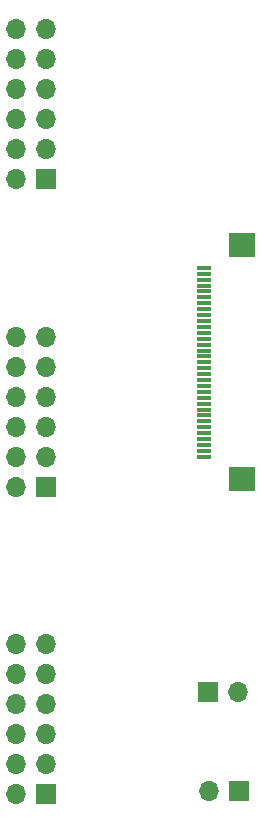
<source format=gbr>
%TF.GenerationSoftware,KiCad,Pcbnew,5.1.8-db9833491~88~ubuntu20.04.1*%
%TF.CreationDate,2020-12-04T12:29:55-05:00*%
%TF.ProjectId,lcd_pmod_breakout,6c63645f-706d-46f6-945f-627265616b6f,rev?*%
%TF.SameCoordinates,Original*%
%TF.FileFunction,Soldermask,Top*%
%TF.FilePolarity,Negative*%
%FSLAX46Y46*%
G04 Gerber Fmt 4.6, Leading zero omitted, Abs format (unit mm)*
G04 Created by KiCad (PCBNEW 5.1.8-db9833491~88~ubuntu20.04.1) date 2020-12-04 12:29:55*
%MOMM*%
%LPD*%
G01*
G04 APERTURE LIST*
%ADD10R,1.700000X1.700000*%
%ADD11O,1.700000X1.700000*%
%ADD12R,1.300000X0.300000*%
%ADD13R,2.200000X2.000000*%
G04 APERTURE END LIST*
D10*
%TO.C,J1*%
X94615000Y-97790000D03*
D11*
X92075000Y-97790000D03*
X94615000Y-95250000D03*
X92075000Y-95250000D03*
X94615000Y-92710000D03*
X92075000Y-92710000D03*
X94615000Y-90170000D03*
X92075000Y-90170000D03*
X94615000Y-87630000D03*
X92075000Y-87630000D03*
X94615000Y-85090000D03*
X92075000Y-85090000D03*
%TD*%
%TO.C,J2*%
X92075000Y-33020000D03*
X94615000Y-33020000D03*
X92075000Y-35560000D03*
X94615000Y-35560000D03*
X92075000Y-38100000D03*
X94615000Y-38100000D03*
X92075000Y-40640000D03*
X94615000Y-40640000D03*
X92075000Y-43180000D03*
X94615000Y-43180000D03*
X92075000Y-45720000D03*
D10*
X94615000Y-45720000D03*
%TD*%
%TO.C,J3*%
X94615000Y-71755000D03*
D11*
X92075000Y-71755000D03*
X94615000Y-69215000D03*
X92075000Y-69215000D03*
X94615000Y-66675000D03*
X92075000Y-66675000D03*
X94615000Y-64135000D03*
X92075000Y-64135000D03*
X94615000Y-61595000D03*
X92075000Y-61595000D03*
X94615000Y-59055000D03*
X92075000Y-59055000D03*
%TD*%
D10*
%TO.C,J4*%
X110900000Y-97550000D03*
D11*
X108360000Y-97550000D03*
%TD*%
D12*
%TO.C,J5*%
X107950000Y-69215000D03*
X107950000Y-68715000D03*
X107950000Y-68215000D03*
X107950000Y-67715000D03*
X107950000Y-67215000D03*
X107950000Y-66715000D03*
X107950000Y-66215000D03*
X107950000Y-65715000D03*
X107950000Y-65215000D03*
X107950000Y-64715000D03*
X107950000Y-64215000D03*
X107950000Y-63715000D03*
X107950000Y-63215000D03*
X107950000Y-62715000D03*
X107950000Y-62215000D03*
X107950000Y-61715000D03*
X107950000Y-61215000D03*
X107950000Y-60715000D03*
X107950000Y-60215000D03*
X107950000Y-59715000D03*
X107950000Y-59215000D03*
X107950000Y-58715000D03*
X107950000Y-58215000D03*
X107950000Y-57715000D03*
X107950000Y-57215000D03*
X107950000Y-56715000D03*
X107950000Y-56215000D03*
X107950000Y-55715000D03*
X107950000Y-55215000D03*
X107950000Y-54715000D03*
X107950000Y-54215000D03*
X107950000Y-53715000D03*
X107950000Y-53215000D03*
D13*
X111200000Y-71115000D03*
X111200000Y-51315000D03*
%TD*%
D10*
%TO.C,J6*%
X108300000Y-89150000D03*
D11*
X110840000Y-89150000D03*
%TD*%
M02*

</source>
